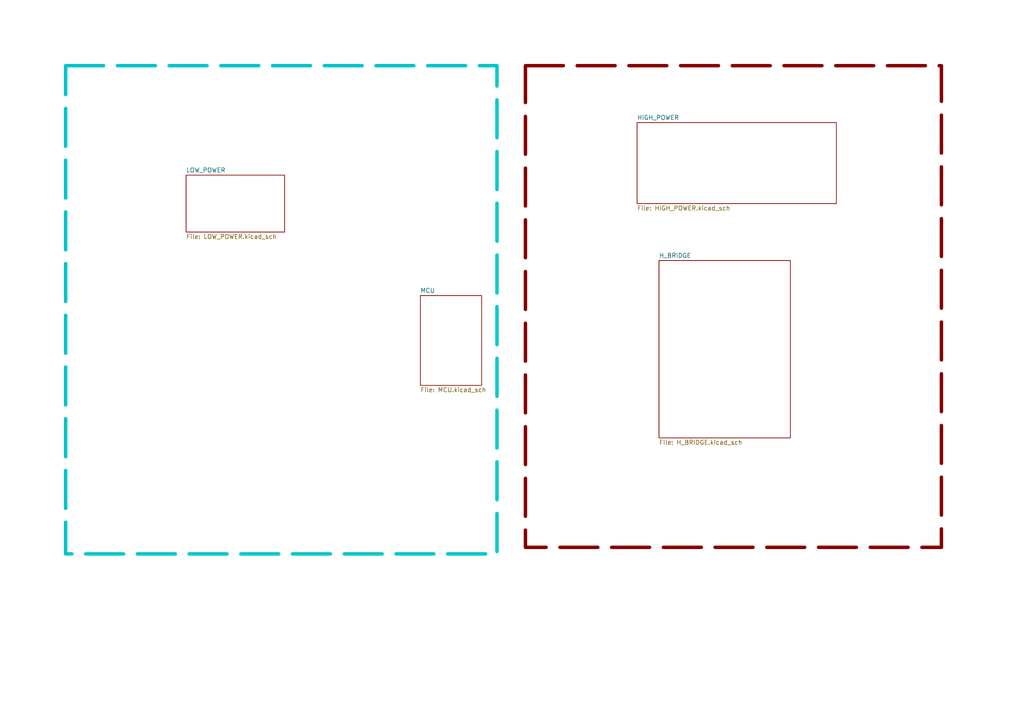
<source format=kicad_sch>
(kicad_sch (version 20230121) (generator eeschema)
  (paper "A4")
  (title_block (title "MAIN") (date "2024-01-06") (rev "0.1"))
  (lib_symbols)
  (rectangle (start 19.05 19.05) (end 144.145 160.655) (stroke (width 1) (type dash) (color 0 194 194 0.5)))
  (rectangle (start 152.4 19.05) (end 273.05 158.75) (stroke (width 1) (type dash) (color 132 0 0 0.5)))
  (sheet (at 184.785 35.56) (size 57.785 23.495) (stroke (width 0.1524))
    (property "Sheetname" "HIGH_POWER" (at 184.785 34.8484 0) (effects (justify left bottom)))
    (property "Sheetfile" "HIGH_POWER.kicad_sch" (at 184.785 59.6396 0) (effects (justify left top)))
  )
  (sheet (at 191.135 75.565) (size 38.1 51.435) (stroke (width 0.1524))
    (property "Sheetname" "H_BRIDGE" (at 191.135 74.8534 0) (effects (justify left bottom)))
    (property "Sheetfile" "H_BRIDGE.kicad_sch" (at 191.135 127.5846 0) (effects (justify left top)))
  )
  (sheet (at 121.92 85.725) (size 17.78 26.035) (stroke (width 0.1524))
    (property "Sheetname" "MCU" (at 121.92 85.0134 0) (effects (justify left bottom)))
    (property "Sheetfile" "MCU.kicad_sch" (at 121.92 112.3446 0) (effects (justify left top)))
  )
  (sheet (at 53.975 50.8) (size 28.575 16.51) (stroke (width 0.1524))
    (property "Sheetname" "LOW_POWER" (at 53.975 50.0884 0) (effects (justify left bottom)))
    (property "Sheetfile" "LOW_POWER.kicad_sch" (at 53.975 67.8946 0) (effects (justify left top)))
  )
)
</source>
